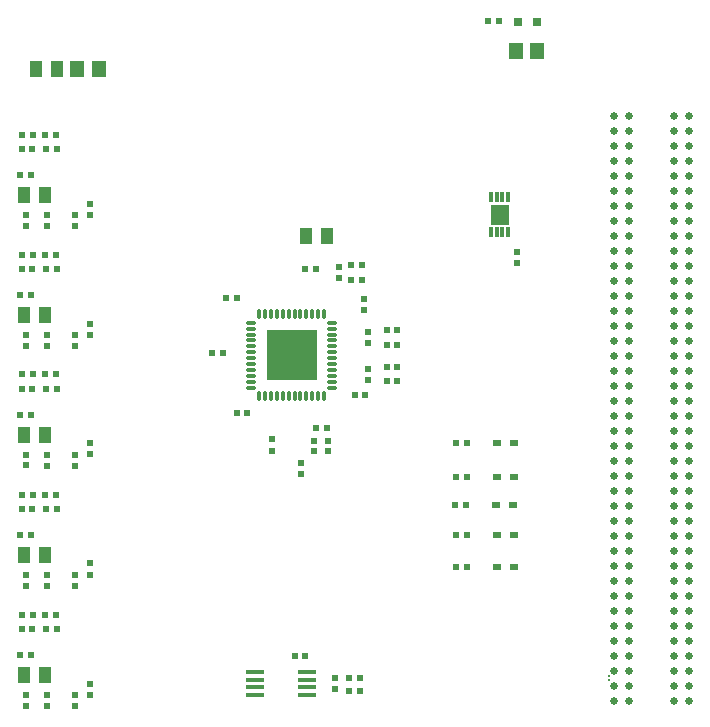
<source format=gtp>
G04 Layer_Color=8421504*
%FSLAX43Y43*%
%MOMM*%
G71*
G01*
G75*
%ADD11R,0.620X0.580*%
%ADD12R,0.620X0.620*%
%ADD13R,1.050X1.400*%
%ADD14R,1.150X1.450*%
%ADD15R,0.580X0.620*%
%ADD16R,0.750X0.500*%
%ADD17R,0.620X0.620*%
%ADD18R,0.800X0.800*%
%ADD19O,0.900X0.300*%
%ADD20O,0.300X0.900*%
%ADD21R,4.200X4.200*%
%ADD22C,0.640*%
%ADD23R,0.300X0.850*%
%ADD24R,1.550X1.750*%
%ADD25R,1.500X0.450*%
%ADD40R,0.127X0.127*%
D11*
X-24500Y42560D02*
D03*
Y43500D02*
D03*
X-46850Y7220D02*
D03*
Y6280D02*
D03*
X-45600Y8170D02*
D03*
Y7230D02*
D03*
Y48820D02*
D03*
Y47880D02*
D03*
Y38670D02*
D03*
Y37730D02*
D03*
Y28540D02*
D03*
Y27600D02*
D03*
Y18370D02*
D03*
Y17430D02*
D03*
X-49250Y7220D02*
D03*
Y6280D02*
D03*
Y47870D02*
D03*
Y46930D02*
D03*
Y37720D02*
D03*
Y36780D02*
D03*
Y27590D02*
D03*
Y26650D02*
D03*
Y17420D02*
D03*
Y16480D02*
D03*
X-46850Y47870D02*
D03*
Y46930D02*
D03*
Y37720D02*
D03*
Y36780D02*
D03*
Y27590D02*
D03*
Y26650D02*
D03*
Y17420D02*
D03*
Y16480D02*
D03*
X-30200Y27930D02*
D03*
Y28870D02*
D03*
X-24800Y8670D02*
D03*
Y7730D02*
D03*
X-22000Y37970D02*
D03*
Y37030D02*
D03*
Y34870D02*
D03*
Y33930D02*
D03*
D12*
X-26600Y27850D02*
D03*
X-25400D02*
D03*
X-51000Y47850D02*
D03*
Y46950D02*
D03*
Y37700D02*
D03*
Y36800D02*
D03*
Y27570D02*
D03*
Y26670D02*
D03*
Y17400D02*
D03*
Y16500D02*
D03*
X-27700Y25950D02*
D03*
Y26850D02*
D03*
X-22352Y40760D02*
D03*
Y39860D02*
D03*
X-25400Y28750D02*
D03*
X-26600D02*
D03*
X-51000Y7200D02*
D03*
Y6300D02*
D03*
X-9400Y43850D02*
D03*
Y44750D02*
D03*
D13*
X-27305Y46076D02*
D03*
X-25505D02*
D03*
X-48350Y60200D02*
D03*
X-50150D02*
D03*
X-49400Y8900D02*
D03*
X-51200D02*
D03*
X-49400Y49550D02*
D03*
X-51200D02*
D03*
X-49400Y39400D02*
D03*
X-51200D02*
D03*
X-49400Y29270D02*
D03*
X-51200D02*
D03*
X-49400Y19100D02*
D03*
X-51200D02*
D03*
D14*
X-9500Y61800D02*
D03*
X-7700D02*
D03*
X-46650Y60200D02*
D03*
X-44850D02*
D03*
D15*
X-51470Y51250D02*
D03*
X-50530D02*
D03*
X-51470Y41100D02*
D03*
X-50530D02*
D03*
X-51470Y30970D02*
D03*
X-50530D02*
D03*
X-51470Y20800D02*
D03*
X-50530D02*
D03*
X-48430Y14000D02*
D03*
X-49370D02*
D03*
X-48430Y54650D02*
D03*
X-49370D02*
D03*
X-48430Y44500D02*
D03*
X-49370D02*
D03*
X-48430Y34370D02*
D03*
X-49370D02*
D03*
X-48430Y24200D02*
D03*
X-49370D02*
D03*
X-51370Y14000D02*
D03*
X-50430D02*
D03*
X-51370Y54650D02*
D03*
X-50430D02*
D03*
X-51370Y44500D02*
D03*
X-50430D02*
D03*
X-51370Y34370D02*
D03*
X-50430D02*
D03*
X-51370Y24200D02*
D03*
X-50430D02*
D03*
X-48330Y12800D02*
D03*
X-49270D02*
D03*
X-48330Y53450D02*
D03*
X-49270D02*
D03*
X-48330Y43300D02*
D03*
X-49270D02*
D03*
X-48330Y33170D02*
D03*
X-49270D02*
D03*
X-48330Y23000D02*
D03*
X-49270D02*
D03*
X-13630Y18100D02*
D03*
X-14570D02*
D03*
X-13630Y28600D02*
D03*
X-14570D02*
D03*
X-13630Y25700D02*
D03*
X-14570D02*
D03*
X-13630Y20800D02*
D03*
X-14570D02*
D03*
X-13730Y23300D02*
D03*
X-14670D02*
D03*
X-10930Y64300D02*
D03*
X-11870D02*
D03*
X-34330Y36200D02*
D03*
X-35270D02*
D03*
X-25530Y29800D02*
D03*
X-26470D02*
D03*
X-51470Y10600D02*
D03*
X-50530D02*
D03*
D16*
X-9700Y28600D02*
D03*
X-11100D02*
D03*
X-9700Y25700D02*
D03*
X-11100D02*
D03*
X-9700Y20800D02*
D03*
X-11100D02*
D03*
X-9800Y23300D02*
D03*
X-11200D02*
D03*
X-9700Y18100D02*
D03*
X-11100D02*
D03*
D17*
X-51350Y12800D02*
D03*
X-50450D02*
D03*
X-51350Y53450D02*
D03*
X-50450D02*
D03*
X-51350Y43300D02*
D03*
X-50450D02*
D03*
X-51350Y33170D02*
D03*
X-50450D02*
D03*
X-51350Y23000D02*
D03*
X-50450D02*
D03*
X-28250Y10500D02*
D03*
X-27350D02*
D03*
X-22750Y8700D02*
D03*
X-23650D02*
D03*
X-22750Y7600D02*
D03*
X-23650D02*
D03*
X-33150Y31100D02*
D03*
X-32250D02*
D03*
X-22250Y32600D02*
D03*
X-23150D02*
D03*
X-26449Y43307D02*
D03*
X-27349D02*
D03*
X-34029Y40869D02*
D03*
X-33129D02*
D03*
X-22550Y43600D02*
D03*
X-23450D02*
D03*
X-22550Y42400D02*
D03*
X-23450D02*
D03*
X-19550Y38100D02*
D03*
X-20450D02*
D03*
X-19550Y36900D02*
D03*
X-20450D02*
D03*
X-19550Y35000D02*
D03*
X-20450D02*
D03*
X-19550Y33800D02*
D03*
X-20450D02*
D03*
D18*
X-7700Y64200D02*
D03*
X-9300D02*
D03*
D19*
X-25050Y33250D02*
D03*
Y33750D02*
D03*
Y34250D02*
D03*
Y34750D02*
D03*
Y35250D02*
D03*
Y35750D02*
D03*
Y36250D02*
D03*
Y36750D02*
D03*
Y37250D02*
D03*
Y37750D02*
D03*
Y38250D02*
D03*
Y38750D02*
D03*
X-31950D02*
D03*
Y38250D02*
D03*
Y37750D02*
D03*
Y37250D02*
D03*
Y36750D02*
D03*
Y36250D02*
D03*
Y35750D02*
D03*
Y35250D02*
D03*
Y34750D02*
D03*
Y34250D02*
D03*
Y33750D02*
D03*
Y33250D02*
D03*
D20*
X-25750Y39450D02*
D03*
X-26250D02*
D03*
X-26750D02*
D03*
X-27250D02*
D03*
X-27750D02*
D03*
X-28250D02*
D03*
X-28750D02*
D03*
X-29250D02*
D03*
X-29750D02*
D03*
X-30250D02*
D03*
X-30750D02*
D03*
X-31250D02*
D03*
Y32550D02*
D03*
X-30750D02*
D03*
X-30250D02*
D03*
X-29750D02*
D03*
X-29250D02*
D03*
X-28750D02*
D03*
X-28250D02*
D03*
X-27750D02*
D03*
X-27250D02*
D03*
X-26750D02*
D03*
X-26250D02*
D03*
X-25750D02*
D03*
D21*
X-28500Y36000D02*
D03*
D22*
X-1175Y56256D02*
D03*
Y54986D02*
D03*
Y53716D02*
D03*
Y52446D02*
D03*
Y51176D02*
D03*
Y49906D02*
D03*
Y48636D02*
D03*
Y47366D02*
D03*
Y46096D02*
D03*
Y44826D02*
D03*
Y43556D02*
D03*
Y42286D02*
D03*
Y41016D02*
D03*
Y39746D02*
D03*
Y38476D02*
D03*
Y37206D02*
D03*
Y35936D02*
D03*
Y34666D02*
D03*
Y33396D02*
D03*
Y32126D02*
D03*
Y30856D02*
D03*
Y29586D02*
D03*
Y28316D02*
D03*
Y27046D02*
D03*
Y25776D02*
D03*
Y24506D02*
D03*
Y23236D02*
D03*
Y21966D02*
D03*
Y20696D02*
D03*
Y19426D02*
D03*
Y18156D02*
D03*
Y16886D02*
D03*
Y15616D02*
D03*
Y14346D02*
D03*
Y13076D02*
D03*
Y11806D02*
D03*
Y10536D02*
D03*
Y9266D02*
D03*
Y7996D02*
D03*
Y6726D02*
D03*
X95Y56256D02*
D03*
Y54986D02*
D03*
Y53716D02*
D03*
Y52446D02*
D03*
Y51176D02*
D03*
Y49906D02*
D03*
Y48636D02*
D03*
Y47366D02*
D03*
Y46096D02*
D03*
Y44826D02*
D03*
Y43556D02*
D03*
Y42286D02*
D03*
Y41016D02*
D03*
Y39746D02*
D03*
Y38476D02*
D03*
Y37206D02*
D03*
Y35936D02*
D03*
Y34666D02*
D03*
Y33396D02*
D03*
Y32126D02*
D03*
Y30856D02*
D03*
Y29586D02*
D03*
Y28316D02*
D03*
Y27046D02*
D03*
Y25776D02*
D03*
Y24506D02*
D03*
Y23236D02*
D03*
Y21966D02*
D03*
Y20696D02*
D03*
Y19426D02*
D03*
Y18156D02*
D03*
Y16886D02*
D03*
Y15616D02*
D03*
Y14346D02*
D03*
Y13076D02*
D03*
Y11806D02*
D03*
Y10536D02*
D03*
Y9266D02*
D03*
Y7996D02*
D03*
Y6726D02*
D03*
X3905Y56256D02*
D03*
Y54986D02*
D03*
Y53716D02*
D03*
Y52446D02*
D03*
Y51176D02*
D03*
Y49906D02*
D03*
Y48636D02*
D03*
Y47366D02*
D03*
Y46096D02*
D03*
Y44826D02*
D03*
Y43556D02*
D03*
Y42286D02*
D03*
Y41016D02*
D03*
Y39746D02*
D03*
Y38476D02*
D03*
Y37206D02*
D03*
Y35936D02*
D03*
Y34666D02*
D03*
Y33396D02*
D03*
Y32126D02*
D03*
Y30856D02*
D03*
Y29586D02*
D03*
Y28316D02*
D03*
Y27046D02*
D03*
Y25776D02*
D03*
Y24506D02*
D03*
Y23236D02*
D03*
Y21966D02*
D03*
Y20696D02*
D03*
Y19426D02*
D03*
Y18156D02*
D03*
Y16886D02*
D03*
Y15616D02*
D03*
Y14346D02*
D03*
Y13076D02*
D03*
Y11806D02*
D03*
Y10536D02*
D03*
Y9266D02*
D03*
Y7996D02*
D03*
Y6726D02*
D03*
X5175Y56256D02*
D03*
Y54986D02*
D03*
Y53716D02*
D03*
Y52446D02*
D03*
Y51176D02*
D03*
Y49906D02*
D03*
Y48636D02*
D03*
Y47366D02*
D03*
Y46096D02*
D03*
Y44826D02*
D03*
Y43556D02*
D03*
Y42286D02*
D03*
Y41016D02*
D03*
Y39746D02*
D03*
Y38476D02*
D03*
Y37206D02*
D03*
Y35936D02*
D03*
Y34666D02*
D03*
Y33396D02*
D03*
Y32126D02*
D03*
Y30856D02*
D03*
Y29586D02*
D03*
Y28316D02*
D03*
Y27046D02*
D03*
Y25776D02*
D03*
Y24506D02*
D03*
Y23236D02*
D03*
Y21966D02*
D03*
Y20696D02*
D03*
Y19426D02*
D03*
Y18156D02*
D03*
Y16886D02*
D03*
Y15616D02*
D03*
Y14346D02*
D03*
Y13076D02*
D03*
Y11806D02*
D03*
Y10536D02*
D03*
Y9266D02*
D03*
Y7996D02*
D03*
Y6726D02*
D03*
D23*
X-10150Y49400D02*
D03*
X-10650D02*
D03*
X-11150D02*
D03*
X-11650D02*
D03*
Y46400D02*
D03*
X-11150D02*
D03*
X-10650D02*
D03*
X-10150D02*
D03*
D24*
X-10900Y47900D02*
D03*
D25*
X-31600Y9175D02*
D03*
Y8525D02*
D03*
Y7875D02*
D03*
Y7225D02*
D03*
X-27200Y7875D02*
D03*
Y8525D02*
D03*
Y9175D02*
D03*
Y7225D02*
D03*
D40*
X-1651Y8865D02*
D03*
Y8484D02*
D03*
M02*

</source>
